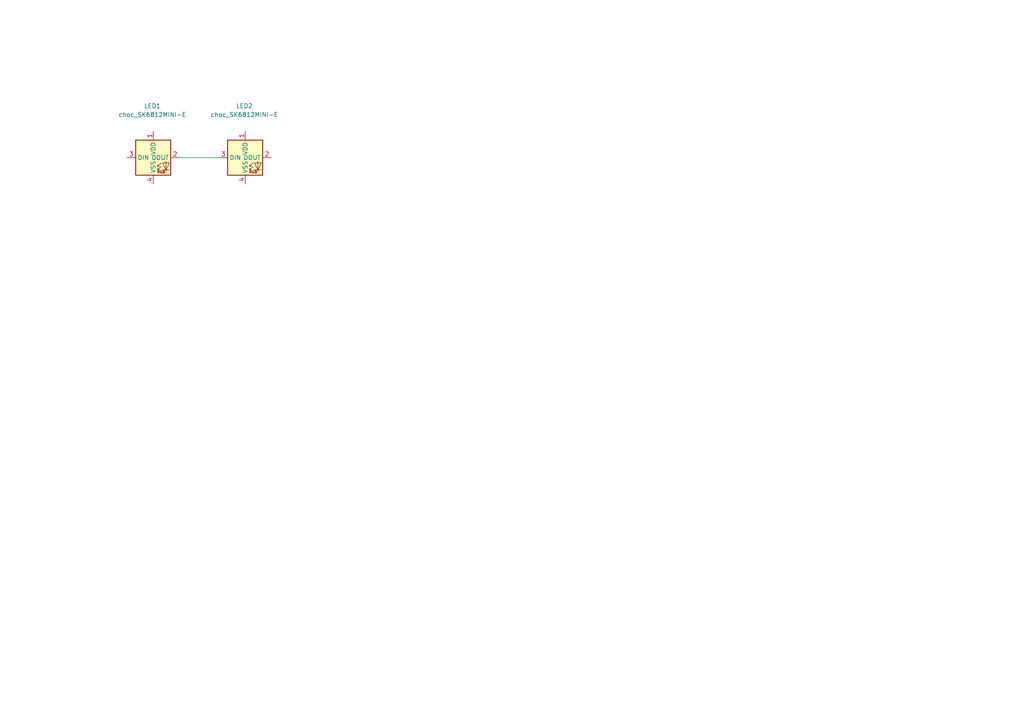
<source format=kicad_sch>
(kicad_sch (version 20250114) (generator "eeschema") (generator_version "9.0")
  (paper "A4")
  (lib_symbols
    (symbol "PCM_marbastlib-choc:choc_SK6812MINI-E"
      (property "Reference" "LED" (at 2.54 6.35 0))
      (property "Value" "choc_SK6812MINI-E" (at 10.795 -6.35 0))
      (symbol "choc_SK6812MINI-E_0_0"
        (text "RGB" (at 2.286 -4.191 0) (effects (font (size 0.762 0.762))))
      )
      (symbol "choc_SK6812MINI-E_0_1"
        (rectangle (start -5.08 5.08) (end 5.08 -5.08) (stroke (width 0.254)) (fill (type background)))
        (polyline (pts (xy 1.27 -2.54) (xy 1.778 -2.54)))
        (polyline (pts (xy 1.27 -3.556) (xy 1.778 -3.556)))
        (polyline (pts (xy 2.286 -1.524) (xy 1.27 -2.54) (xy 1.27 -2.032)))
        (polyline (pts (xy 2.286 -2.54) (xy 1.27 -3.556) (xy 1.27 -3.048)))
        (polyline (pts (xy 3.683 -1.016) (xy 3.683 -3.556) (xy 3.683 -4.064)))
        (polyline (pts (xy 4.699 -1.524) (xy 2.667 -1.524) (xy 3.683 -3.556) (xy 4.699 -1.524)))
        (polyline (pts (xy 4.699 -3.556) (xy 2.667 -3.556)))
      )
      (symbol "choc_SK6812MINI-E_1_1"
        (pin input line (at -7.62 0 0) (length 2.54) (name "DIN") (number "3"))
        (pin power_in line (at 0 7.62 270) (length 2.54) (name "VDD") (number "1"))
        (pin power_in line (at 0 -7.62 90) (length 2.54) (name "VSS") (number "4"))
        (pin output line (at 7.62 0 180) (length 2.54) (name "DOUT") (number "2"))
      )
    )
  )
  (wire (pts (xy 52.07 45.72) (xy 63.5 45.72)))
  (symbol (lib_id "PCM_marbastlib-choc:choc_SK6812MINI-E") (at 71.12 45.72 0) (unit 1)
    (property "Reference" "LED2" (at 70.866 30.734 0))
    (property "Value" "choc_SK6812MINI-E" (at 70.866 33.274 0))
    (property "Footprint" "PCM_marbastlib-choc:LED_choc_6028R" (effects (hide yes)))
    (property "Description" "Reverse mount adressable LED (WS2812 protocol)" (effects (hide yes)))
  )
  (symbol (lib_id "PCM_marbastlib-choc:choc_SK6812MINI-E") (at 44.45 45.72 0) (unit 1)
    (property "Reference" "LED1" (at 44.196 30.734 0))
    (property "Value" "choc_SK6812MINI-E" (at 44.196 33.274 0))
    (property "Footprint" "PCM_marbastlib-choc:LED_choc_6028R" (effects (hide yes)))
    (property "Description" "Reverse mount adressable LED (WS2812 protocol)" (effects (hide yes)))
  )
)
</source>
